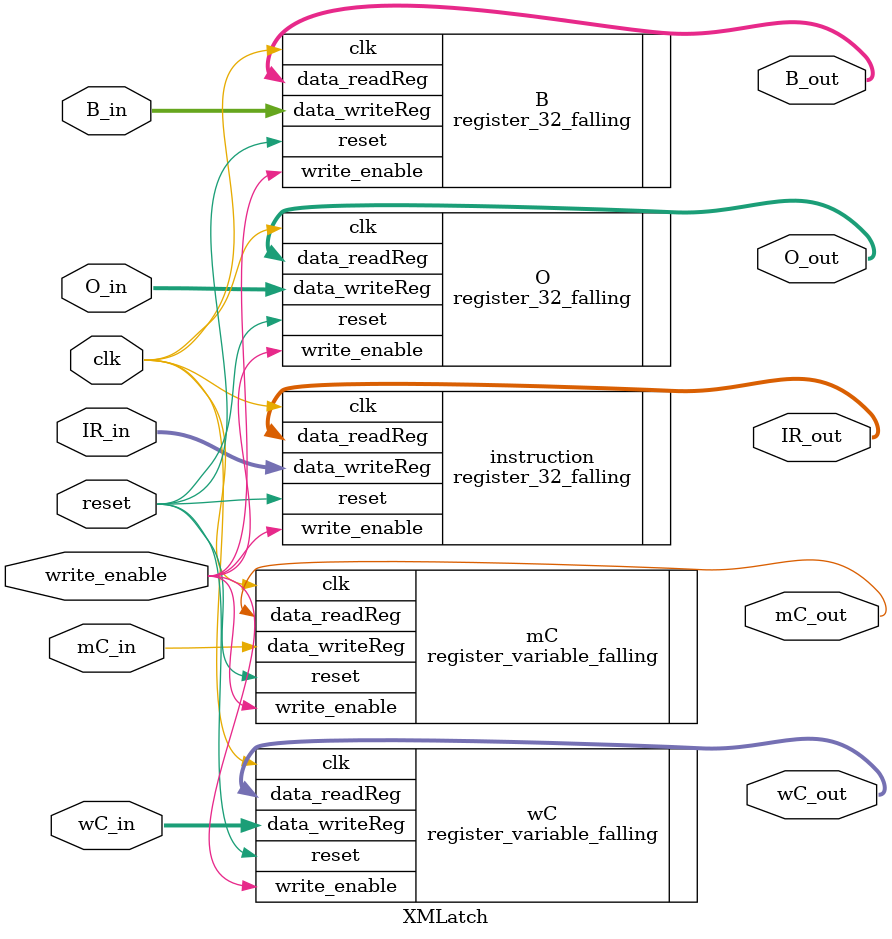
<source format=v>
module XMLatch(IR_in, IR_out, O_in, O_out, B_in, B_out, mC_in, mC_out, wC_in, wC_out, clk, write_enable, reset);
    input clk, write_enable, reset;
    input [31:0] IR_in, O_in, B_in;
    output [31:0] IR_out, O_out, B_out;

    input mC_in;
    input [4:0] wC_in;
    output mC_out;
    output [4:0] wC_out;
    
    register_32_falling instruction(.data_writeReg(IR_in), .data_readReg(IR_out), .clk(clk), .write_enable(write_enable), .reset(reset));
    register_32_falling O(.data_writeReg(O_in), .data_readReg(O_out), .clk(clk), .write_enable(write_enable), .reset(reset));
    register_32_falling B(.data_writeReg(B_in), .data_readReg(B_out), .clk(clk), .write_enable(write_enable), .reset(reset));
    register_variable_falling #(1) mC(.data_writeReg(mC_in), .data_readReg(mC_out), .clk(clk), .write_enable(write_enable), .reset(reset));
    register_variable_falling #(5) wC(.data_writeReg(wC_in), .data_readReg(wC_out), .clk(clk), .write_enable(write_enable), .reset(reset));
endmodule
</source>
